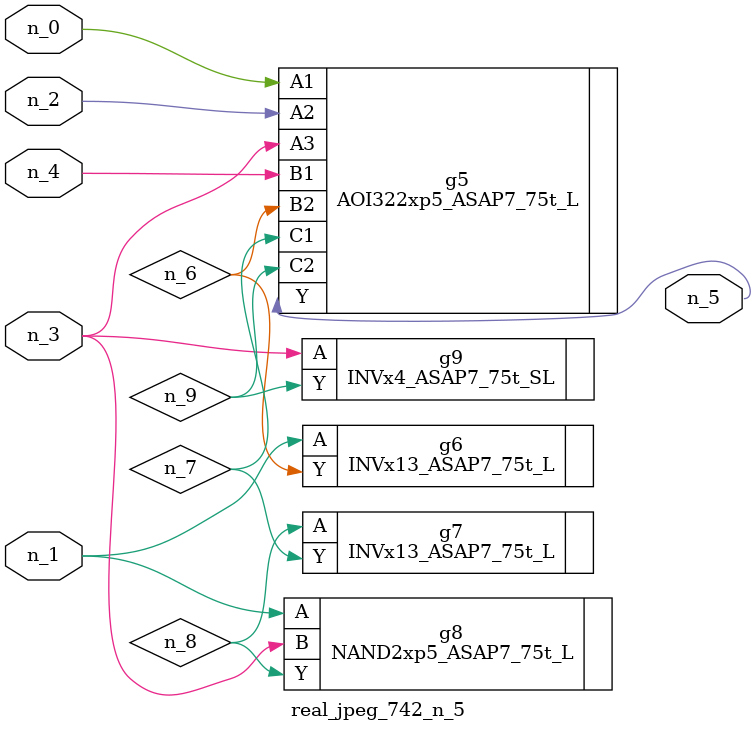
<source format=v>
module real_jpeg_742_n_5 (n_4, n_0, n_1, n_2, n_3, n_5);

input n_4;
input n_0;
input n_1;
input n_2;
input n_3;

output n_5;

wire n_8;
wire n_6;
wire n_7;
wire n_9;

AOI322xp5_ASAP7_75t_L g5 ( 
.A1(n_0),
.A2(n_2),
.A3(n_3),
.B1(n_4),
.B2(n_6),
.C1(n_7),
.C2(n_9),
.Y(n_5)
);

INVx13_ASAP7_75t_L g6 ( 
.A(n_1),
.Y(n_6)
);

NAND2xp5_ASAP7_75t_L g8 ( 
.A(n_1),
.B(n_3),
.Y(n_8)
);

INVx4_ASAP7_75t_SL g9 ( 
.A(n_3),
.Y(n_9)
);

INVx13_ASAP7_75t_L g7 ( 
.A(n_8),
.Y(n_7)
);


endmodule
</source>
